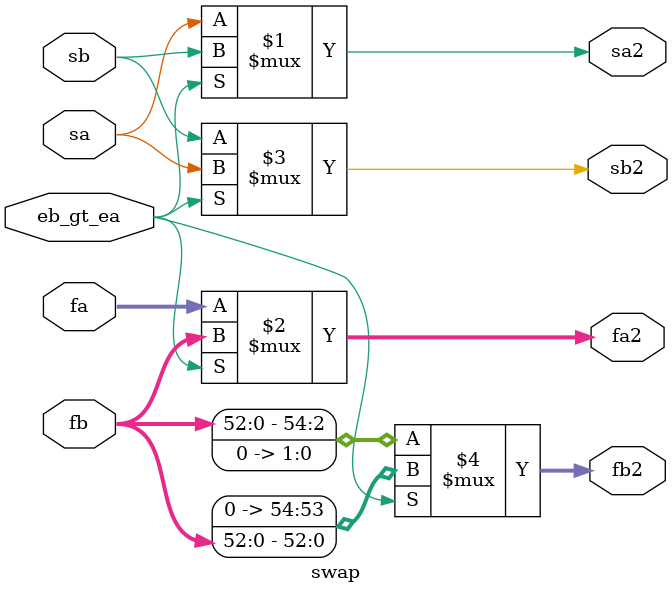
<source format=sv>
module swap (
    input sa,
    input [52:0] fa,
    input sb,
    input [52:0] fb,
    input eb_gt_ea,
    output sa2,
    output [52:0] fa2,
    output sb2,
    output [54:0] fb2
    );
    assign sa2 = eb_gt_ea ? sb : sa;
    assign fa2 = eb_gt_ea ? fb : fa;

    assign sb2 = eb_gt_ea ? sa : sb;
    assign fb2 = eb_gt_ea ? {2'b00, fb} : {fb, 2'b00};
endmodule

</source>
